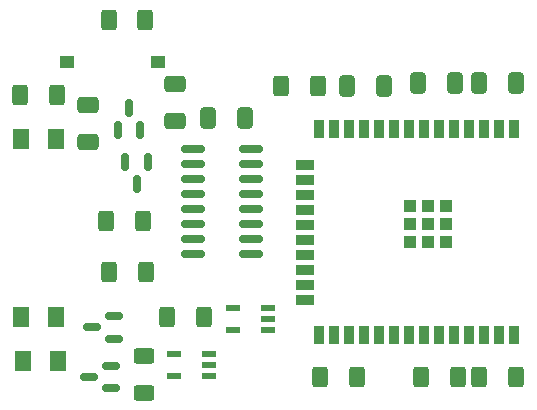
<source format=gtp>
G04 #@! TF.GenerationSoftware,KiCad,Pcbnew,8.0.1-rc1*
G04 #@! TF.CreationDate,2024-03-16T10:29:41-04:00*
G04 #@! TF.ProjectId,keystone-esp,6b657973-746f-46e6-952d-6573702e6b69,rev?*
G04 #@! TF.SameCoordinates,Original*
G04 #@! TF.FileFunction,Paste,Top*
G04 #@! TF.FilePolarity,Positive*
%FSLAX46Y46*%
G04 Gerber Fmt 4.6, Leading zero omitted, Abs format (unit mm)*
G04 Created by KiCad (PCBNEW 8.0.1-rc1) date 2024-03-16 10:29:41*
%MOMM*%
%LPD*%
G01*
G04 APERTURE LIST*
G04 Aperture macros list*
%AMRoundRect*
0 Rectangle with rounded corners*
0 $1 Rounding radius*
0 $2 $3 $4 $5 $6 $7 $8 $9 X,Y pos of 4 corners*
0 Add a 4 corners polygon primitive as box body*
4,1,4,$2,$3,$4,$5,$6,$7,$8,$9,$2,$3,0*
0 Add four circle primitives for the rounded corners*
1,1,$1+$1,$2,$3*
1,1,$1+$1,$4,$5*
1,1,$1+$1,$6,$7*
1,1,$1+$1,$8,$9*
0 Add four rect primitives between the rounded corners*
20,1,$1+$1,$2,$3,$4,$5,0*
20,1,$1+$1,$4,$5,$6,$7,0*
20,1,$1+$1,$6,$7,$8,$9,0*
20,1,$1+$1,$8,$9,$2,$3,0*%
G04 Aperture macros list end*
%ADD10RoundRect,0.250000X-0.400000X-0.625000X0.400000X-0.625000X0.400000X0.625000X-0.400000X0.625000X0*%
%ADD11RoundRect,0.150000X0.825000X0.150000X-0.825000X0.150000X-0.825000X-0.150000X0.825000X-0.150000X0*%
%ADD12R,1.250000X1.000000*%
%ADD13RoundRect,0.250000X-0.412500X-0.650000X0.412500X-0.650000X0.412500X0.650000X-0.412500X0.650000X0*%
%ADD14R,1.181100X0.508000*%
%ADD15RoundRect,0.250000X-0.625000X0.400000X-0.625000X-0.400000X0.625000X-0.400000X0.625000X0.400000X0*%
%ADD16RoundRect,0.150000X0.150000X-0.587500X0.150000X0.587500X-0.150000X0.587500X-0.150000X-0.587500X0*%
%ADD17RoundRect,0.250000X0.650000X-0.412500X0.650000X0.412500X-0.650000X0.412500X-0.650000X-0.412500X0*%
%ADD18RoundRect,0.250000X0.412500X0.650000X-0.412500X0.650000X-0.412500X-0.650000X0.412500X-0.650000X0*%
%ADD19RoundRect,0.250000X0.400000X0.625000X-0.400000X0.625000X-0.400000X-0.625000X0.400000X-0.625000X0*%
%ADD20RoundRect,0.150000X-0.150000X0.587500X-0.150000X-0.587500X0.150000X-0.587500X0.150000X0.587500X0*%
%ADD21RoundRect,0.250001X0.462499X0.624999X-0.462499X0.624999X-0.462499X-0.624999X0.462499X-0.624999X0*%
%ADD22RoundRect,0.150000X0.587500X0.150000X-0.587500X0.150000X-0.587500X-0.150000X0.587500X-0.150000X0*%
%ADD23R,0.900000X1.500000*%
%ADD24R,1.500000X0.900000*%
%ADD25R,1.050000X1.050000*%
G04 APERTURE END LIST*
D10*
G04 #@! TO.C,R9*
X204190000Y-107950000D03*
X207290000Y-107950000D03*
G04 #@! TD*
G04 #@! TO.C,R3*
X191236000Y-102870000D03*
X194336000Y-102870000D03*
G04 #@! TD*
D11*
G04 #@! TO.C,U2*
X198309000Y-97536000D03*
X198309000Y-96266000D03*
X198309000Y-94996000D03*
X198309000Y-93726000D03*
X198309000Y-92456000D03*
X198309000Y-91186000D03*
X198309000Y-89916000D03*
X198309000Y-88646000D03*
X193359000Y-88646000D03*
X193359000Y-89916000D03*
X193359000Y-91186000D03*
X193359000Y-92456000D03*
X193359000Y-93726000D03*
X193359000Y-94996000D03*
X193359000Y-96266000D03*
X193359000Y-97536000D03*
G04 #@! TD*
D12*
G04 #@! TO.C,SW1*
X182688000Y-81280000D03*
X190438000Y-81280000D03*
G04 #@! TD*
D13*
G04 #@! TO.C,C1*
X194652500Y-85979000D03*
X197777500Y-85979000D03*
G04 #@! TD*
D10*
G04 #@! TO.C,R10*
X186257000Y-77724000D03*
X189357000Y-77724000D03*
G04 #@! TD*
D14*
G04 #@! TO.C,U3*
X194760850Y-107884001D03*
X194760850Y-106934000D03*
X194760850Y-105983999D03*
X191827150Y-105983999D03*
X191827150Y-107884001D03*
G04 #@! TD*
D15*
G04 #@! TO.C,R4*
X189230000Y-106146000D03*
X189230000Y-109246000D03*
G04 #@! TD*
D16*
G04 #@! TO.C,Q4*
X187010000Y-87043500D03*
X188910000Y-87043500D03*
X187960000Y-85168500D03*
G04 #@! TD*
D17*
G04 #@! TO.C,C3*
X191897000Y-86271500D03*
X191897000Y-83146500D03*
G04 #@! TD*
D10*
G04 #@! TO.C,R6*
X200888000Y-83312000D03*
X203988000Y-83312000D03*
G04 #@! TD*
D18*
G04 #@! TO.C,C6*
X215557500Y-83058000D03*
X212432500Y-83058000D03*
G04 #@! TD*
D10*
G04 #@! TO.C,R1*
X186283000Y-99060000D03*
X189383000Y-99060000D03*
G04 #@! TD*
D19*
G04 #@! TO.C,R7*
X215799000Y-107950000D03*
X212699000Y-107950000D03*
G04 #@! TD*
D20*
G04 #@! TO.C,Q3*
X189570400Y-89740500D03*
X187670400Y-89740500D03*
X188620400Y-91615500D03*
G04 #@! TD*
D17*
G04 #@! TO.C,C2*
X184531000Y-88049500D03*
X184531000Y-84924500D03*
G04 #@! TD*
D10*
G04 #@! TO.C,R2*
X186029000Y-94742000D03*
X189129000Y-94742000D03*
G04 #@! TD*
D21*
G04 #@! TO.C,D3*
X181827500Y-87757000D03*
X178852500Y-87757000D03*
G04 #@! TD*
D10*
G04 #@! TO.C,R8*
X217652000Y-107950000D03*
X220752000Y-107950000D03*
G04 #@! TD*
D22*
G04 #@! TO.C,Q2*
X186484500Y-108900000D03*
X186484500Y-107000000D03*
X184609500Y-107950000D03*
G04 #@! TD*
D23*
G04 #@! TO.C,U4*
X220599000Y-86903000D03*
X219329000Y-86903000D03*
X218059000Y-86903000D03*
X216789000Y-86903000D03*
X215519000Y-86903000D03*
X214249000Y-86903000D03*
X212979000Y-86903000D03*
X211709000Y-86903000D03*
X210439000Y-86903000D03*
X209169000Y-86903000D03*
X207899000Y-86903000D03*
X206629000Y-86903000D03*
X205359000Y-86903000D03*
X204089000Y-86903000D03*
D24*
X202839000Y-89943000D03*
X202839000Y-91213000D03*
X202839000Y-92483000D03*
X202839000Y-93753000D03*
X202839000Y-95023000D03*
X202839000Y-96293000D03*
X202839000Y-97563000D03*
X202839000Y-98833000D03*
X202839000Y-100103000D03*
X202839000Y-101373000D03*
D23*
X204089000Y-104403000D03*
X205359000Y-104403000D03*
X206629000Y-104403000D03*
X207899000Y-104403000D03*
X209169000Y-104403000D03*
X210439000Y-104403000D03*
X211709000Y-104403000D03*
X212979000Y-104403000D03*
X214249000Y-104403000D03*
X215519000Y-104403000D03*
X216789000Y-104403000D03*
X218059000Y-104403000D03*
X219329000Y-104403000D03*
X220599000Y-104403000D03*
D25*
X214784000Y-93448000D03*
X213259000Y-93448000D03*
X211734000Y-93448000D03*
X214784000Y-94973000D03*
X213259000Y-94973000D03*
X211734000Y-94973000D03*
X214784000Y-96498000D03*
X213259000Y-96498000D03*
X211734000Y-96498000D03*
G04 #@! TD*
D14*
G04 #@! TO.C,U1*
X199713850Y-103947001D03*
X199713850Y-102997000D03*
X199713850Y-102046999D03*
X196780150Y-102046999D03*
X196780150Y-103947001D03*
G04 #@! TD*
D10*
G04 #@! TO.C,R5*
X178790000Y-84074000D03*
X181890000Y-84074000D03*
G04 #@! TD*
D22*
G04 #@! TO.C,Q1*
X186738500Y-104683600D03*
X186738500Y-102783600D03*
X184863500Y-103733600D03*
G04 #@! TD*
D13*
G04 #@! TO.C,C5*
X217639500Y-83058000D03*
X220764500Y-83058000D03*
G04 #@! TD*
G04 #@! TO.C,C4*
X206463500Y-83312000D03*
X209588500Y-83312000D03*
G04 #@! TD*
D21*
G04 #@! TO.C,D2*
X181954500Y-106553000D03*
X178979500Y-106553000D03*
G04 #@! TD*
G04 #@! TO.C,D1*
X181827500Y-102870000D03*
X178852500Y-102870000D03*
G04 #@! TD*
M02*

</source>
